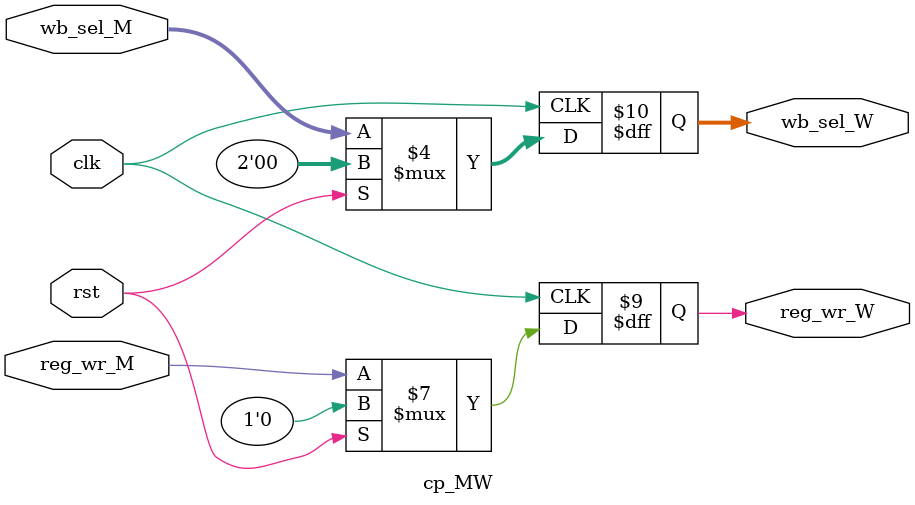
<source format=v>
module cp_MW(output reg reg_wr_W, output reg [1:0] wb_sel_W, input reg_wr_M, input [1:0] wb_sel_M, input clk, rst);
	always @(posedge clk ) begin
	   if(!rst) begin
		reg_wr_W<=reg_wr_M;
		wb_sel_W<=wb_sel_M;
	   end
	   else begin
		reg_wr_W<=0;
		wb_sel_W<=0;
	   end
	end
endmodule
</source>
